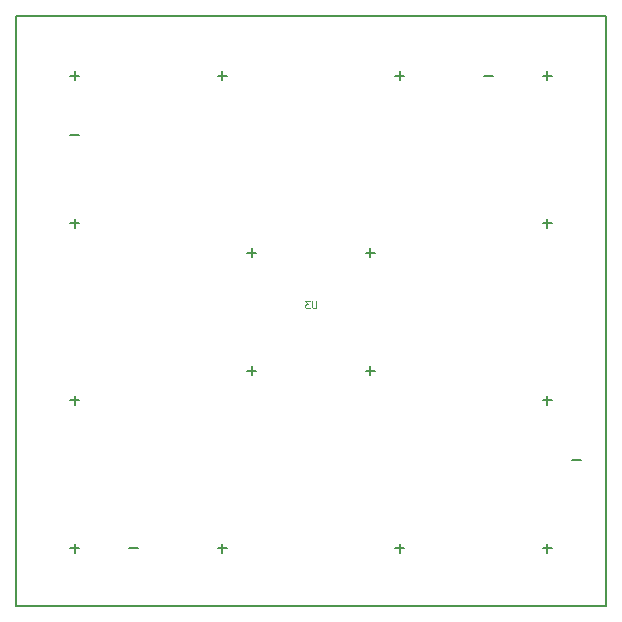
<source format=gbr>
G04 #@! TF.GenerationSoftware,KiCad,Pcbnew,5.0.1*
G04 #@! TF.CreationDate,2018-11-18T18:28:25+01:00*
G04 #@! TF.ProjectId,LED-Cube_MK3,4C45442D437562655F4D4B332E6B6963,rev?*
G04 #@! TF.SameCoordinates,Original*
G04 #@! TF.FileFunction,Legend,Bot*
G04 #@! TF.FilePolarity,Positive*
%FSLAX46Y46*%
G04 Gerber Fmt 4.6, Leading zero omitted, Abs format (unit mm)*
G04 Created by KiCad (PCBNEW 5.0.1) date So 18 Nov 2018 18:28:25 CET*
%MOMM*%
%LPD*%
G01*
G04 APERTURE LIST*
%ADD10C,0.150000*%
%ADD11C,0.100000*%
G04 APERTURE END LIST*
D10*
G04 #@! TO.C,U3*
X20000000Y-15000000D02*
X70000000Y-15000000D01*
X70000000Y-15000000D02*
X70000000Y-65000000D01*
X70000000Y-65000000D02*
X20000000Y-65000000D01*
X20000000Y-65000000D02*
X20000000Y-15000000D01*
D11*
X45457142Y-39171428D02*
X45457142Y-39657142D01*
X45428571Y-39714285D01*
X45400000Y-39742857D01*
X45342857Y-39771428D01*
X45228571Y-39771428D01*
X45171428Y-39742857D01*
X45142857Y-39714285D01*
X45114285Y-39657142D01*
X45114285Y-39171428D01*
X44885714Y-39171428D02*
X44514285Y-39171428D01*
X44714285Y-39400000D01*
X44628571Y-39400000D01*
X44571428Y-39428571D01*
X44542857Y-39457142D01*
X44514285Y-39514285D01*
X44514285Y-39657142D01*
X44542857Y-39714285D01*
X44571428Y-39742857D01*
X44628571Y-39771428D01*
X44800000Y-39771428D01*
X44857142Y-39742857D01*
X44885714Y-39714285D01*
D10*
X25380952Y-47571428D02*
X24619047Y-47571428D01*
X25000000Y-47952380D02*
X25000000Y-47190476D01*
X25380952Y-60071428D02*
X24619047Y-60071428D01*
X25000000Y-60452380D02*
X25000000Y-59690476D01*
X37880952Y-60071428D02*
X37119047Y-60071428D01*
X37500000Y-60452380D02*
X37500000Y-59690476D01*
X52880952Y-60071428D02*
X52119047Y-60071428D01*
X52500000Y-60452380D02*
X52500000Y-59690476D01*
X65380952Y-60071428D02*
X64619047Y-60071428D01*
X65000000Y-60452380D02*
X65000000Y-59690476D01*
X65380952Y-47571428D02*
X64619047Y-47571428D01*
X65000000Y-47952380D02*
X65000000Y-47190476D01*
X50380952Y-45071428D02*
X49619047Y-45071428D01*
X50000000Y-45452380D02*
X50000000Y-44690476D01*
X40380952Y-45071428D02*
X39619047Y-45071428D01*
X40000000Y-45452380D02*
X40000000Y-44690476D01*
X37880952Y-20071428D02*
X37119047Y-20071428D01*
X37500000Y-20452380D02*
X37500000Y-19690476D01*
X25380952Y-32571428D02*
X24619047Y-32571428D01*
X25000000Y-32952380D02*
X25000000Y-32190476D01*
X40380952Y-35071428D02*
X39619047Y-35071428D01*
X40000000Y-35452380D02*
X40000000Y-34690476D01*
X65380952Y-20071428D02*
X64619047Y-20071428D01*
X65000000Y-20452380D02*
X65000000Y-19690476D01*
X25380952Y-20071428D02*
X24619047Y-20071428D01*
X25000000Y-20452380D02*
X25000000Y-19690476D01*
X50380952Y-35071428D02*
X49619047Y-35071428D01*
X50000000Y-35452380D02*
X50000000Y-34690476D01*
X52880952Y-20071428D02*
X52119047Y-20071428D01*
X52500000Y-20452380D02*
X52500000Y-19690476D01*
X65380952Y-32571428D02*
X64619047Y-32571428D01*
X65000000Y-32952380D02*
X65000000Y-32190476D01*
X60380952Y-20071428D02*
X59619047Y-20071428D01*
X67880952Y-52571428D02*
X67119047Y-52571428D01*
X30380952Y-60071428D02*
X29619047Y-60071428D01*
X25380952Y-25071428D02*
X24619047Y-25071428D01*
G04 #@! TD*
M02*

</source>
